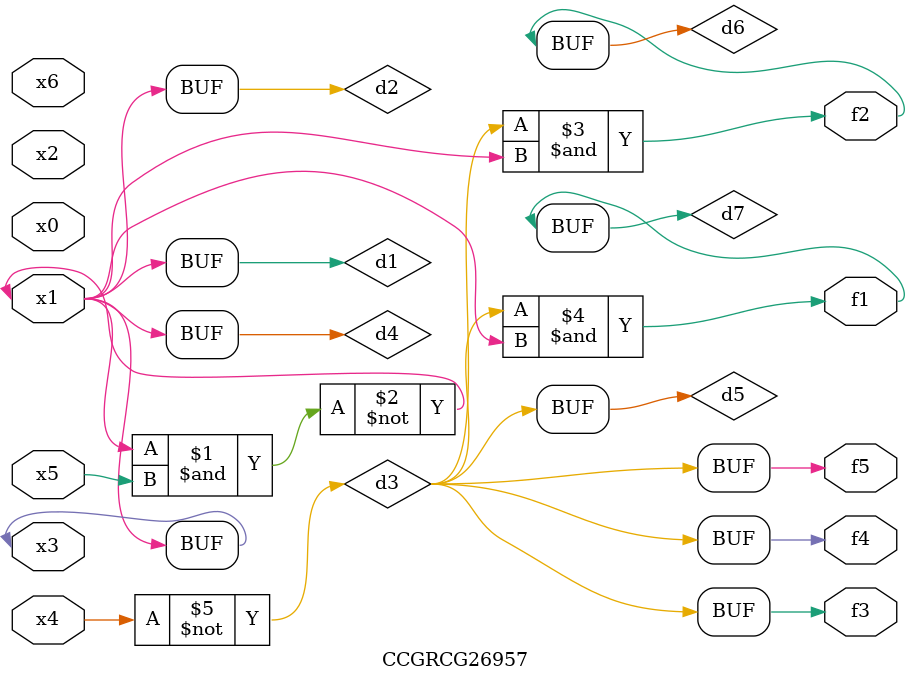
<source format=v>
module CCGRCG26957(
	input x0, x1, x2, x3, x4, x5, x6,
	output f1, f2, f3, f4, f5
);

	wire d1, d2, d3, d4, d5, d6, d7;

	buf (d1, x1, x3);
	nand (d2, x1, x5);
	not (d3, x4);
	buf (d4, d1, d2);
	buf (d5, d3);
	and (d6, d3, d4);
	and (d7, d3, d4);
	assign f1 = d7;
	assign f2 = d6;
	assign f3 = d5;
	assign f4 = d5;
	assign f5 = d5;
endmodule

</source>
